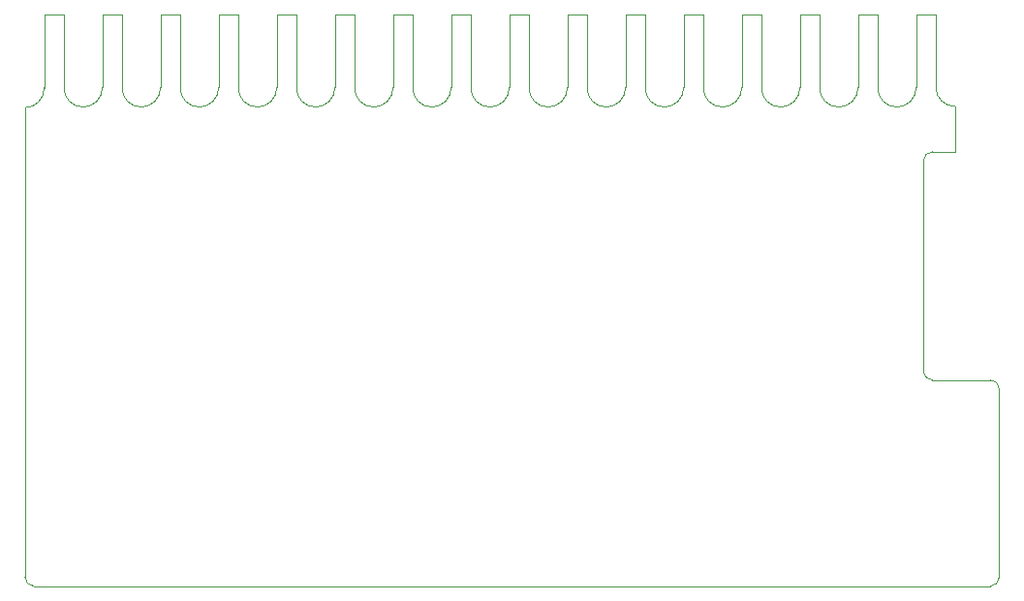
<source format=gbr>
%TF.GenerationSoftware,KiCad,Pcbnew,(6.0.10)*%
%TF.CreationDate,2023-01-16T10:01:35+01:00*%
%TF.ProjectId,SiemensET200BExpansionBoard,5369656d-656e-4734-9554-323030424578,rev?*%
%TF.SameCoordinates,Original*%
%TF.FileFunction,Profile,NP*%
%FSLAX46Y46*%
G04 Gerber Fmt 4.6, Leading zero omitted, Abs format (unit mm)*
G04 Created by KiCad (PCBNEW (6.0.10)) date 2023-01-16 10:01:35*
%MOMM*%
%LPD*%
G01*
G04 APERTURE LIST*
%TA.AperFunction,Profile*%
%ADD10C,0.100000*%
%TD*%
G04 APERTURE END LIST*
D10*
X180136800Y-95758000D02*
X180136800Y-89357200D01*
X178409600Y-89357200D02*
X180136800Y-89357200D01*
X190296800Y-95758000D02*
X190296800Y-89357200D01*
X129336800Y-95758000D02*
X129336800Y-89357200D01*
X169976862Y-95758000D02*
G75*
G03*
X173330368Y-95707200I1677138J0D01*
G01*
X153009600Y-89357200D02*
X154736800Y-89357200D01*
X163169600Y-89357200D02*
X164896800Y-89357200D01*
X198730368Y-95707200D02*
X198729600Y-89357200D01*
X132690368Y-95707200D02*
X132689600Y-89357200D01*
X205232000Y-139344400D02*
G75*
G03*
X205994000Y-138582400I0J762000D01*
G01*
X154736800Y-95758000D02*
X154736800Y-89357200D01*
X163170368Y-95707200D02*
X163169600Y-89357200D01*
X159816800Y-95758000D02*
X159816800Y-89357200D01*
X205232000Y-121315815D02*
X200152000Y-121315815D01*
X149656800Y-95758000D02*
X149656800Y-89357200D01*
X193650368Y-95707200D02*
X193649600Y-89357200D01*
X122529600Y-95758000D02*
X122529600Y-89357200D01*
X149656862Y-95758000D02*
G75*
G03*
X153010368Y-95707200I1677138J0D01*
G01*
X124256862Y-95758000D02*
G75*
G03*
X127610368Y-95707200I1677138J0D01*
G01*
X188569600Y-89357200D02*
X190296800Y-89357200D01*
X127609600Y-89357200D02*
X129336800Y-89357200D01*
X134416862Y-95758000D02*
G75*
G03*
X137770368Y-95707200I1677138J0D01*
G01*
X164896862Y-95758000D02*
G75*
G03*
X168250368Y-95707200I1677138J0D01*
G01*
X183489600Y-89357200D02*
X185216800Y-89357200D01*
X200456832Y-95707200D02*
G75*
G03*
X202184768Y-97383599I1677168J0D01*
G01*
X129336862Y-95758000D02*
G75*
G03*
X132690368Y-95707200I1677138J0D01*
G01*
X127610368Y-95707200D02*
X127609600Y-89357200D01*
X122529600Y-89357200D02*
X124256800Y-89357200D01*
X142849600Y-89357200D02*
X144576800Y-89357200D01*
X168249600Y-89357200D02*
X169976800Y-89357200D01*
X144576862Y-95758000D02*
G75*
G03*
X147930368Y-95707200I1677138J0D01*
G01*
X124256800Y-95758000D02*
X124256800Y-89357200D01*
X144576800Y-95758000D02*
X144576800Y-89357200D01*
X168250368Y-95707200D02*
X168249600Y-89357200D01*
X159816862Y-95758000D02*
G75*
G03*
X163170368Y-95707200I1677138J0D01*
G01*
X202184384Y-101346000D02*
X200152000Y-101346000D01*
X202184768Y-97383599D02*
X202184384Y-101346000D01*
X200456800Y-95707200D02*
X200456800Y-89357200D01*
X142850368Y-95707200D02*
X142849600Y-89357200D01*
X190296862Y-95758000D02*
G75*
G03*
X193650368Y-95707200I1677138J0D01*
G01*
X175056862Y-95758000D02*
G75*
G03*
X178410368Y-95707200I1677138J0D01*
G01*
X153010368Y-95707200D02*
X153009600Y-89357200D01*
X164896800Y-95758000D02*
X164896800Y-89357200D01*
X173329600Y-89357200D02*
X175056800Y-89357200D01*
X137770368Y-95707200D02*
X137769600Y-89357200D01*
X183490368Y-95707200D02*
X183489600Y-89357200D01*
X132689600Y-89357200D02*
X134416800Y-89357200D01*
X200152000Y-101346000D02*
G75*
G03*
X199390000Y-102108000I0J-762000D01*
G01*
X147929600Y-89357200D02*
X149656800Y-89357200D01*
X173330368Y-95707200D02*
X173329600Y-89357200D01*
X195376862Y-95758000D02*
G75*
G03*
X198730368Y-95707200I1677138J0D01*
G01*
X205994000Y-122077815D02*
X205994000Y-138582400D01*
X198729600Y-89357200D02*
X200456800Y-89357200D01*
X120853201Y-97485968D02*
X120858610Y-138576986D01*
X188570368Y-95707200D02*
X188569600Y-89357200D01*
X147930368Y-95707200D02*
X147929600Y-89357200D01*
X199389952Y-120650008D02*
G75*
G03*
X200152000Y-121315815I793948J139708D01*
G01*
X139496800Y-95758000D02*
X139496800Y-89357200D01*
X205993985Y-122077815D02*
G75*
G03*
X205232000Y-121315815I-761985J15D01*
G01*
X120853201Y-97485970D02*
G75*
G03*
X122529600Y-95758000I-1J1677170D01*
G01*
X180136862Y-95758000D02*
G75*
G03*
X183490368Y-95707200I1677138J0D01*
G01*
X195376800Y-95758000D02*
X195376800Y-89357200D01*
X120858614Y-138576986D02*
G75*
G03*
X121620610Y-139338986I761986J-14D01*
G01*
X185216800Y-95758000D02*
X185216800Y-89357200D01*
X134416800Y-95758000D02*
X134416800Y-89357200D01*
X137769600Y-89357200D02*
X139496800Y-89357200D01*
X175056800Y-95758000D02*
X175056800Y-89357200D01*
X205232000Y-139344400D02*
X121620610Y-139338986D01*
X193649600Y-89357200D02*
X195376800Y-89357200D01*
X154736862Y-95758000D02*
G75*
G03*
X158090368Y-95707200I1677138J0D01*
G01*
X158089600Y-89357200D02*
X159816800Y-89357200D01*
X139496862Y-95758000D02*
G75*
G03*
X142850368Y-95707200I1677138J0D01*
G01*
X185216862Y-95758000D02*
G75*
G03*
X188570368Y-95707200I1677138J0D01*
G01*
X158090368Y-95707200D02*
X158089600Y-89357200D01*
X169976800Y-95758000D02*
X169976800Y-89357200D01*
X178410368Y-95707200D02*
X178409600Y-89357200D01*
X199390000Y-102108000D02*
X199390000Y-120650000D01*
M02*

</source>
